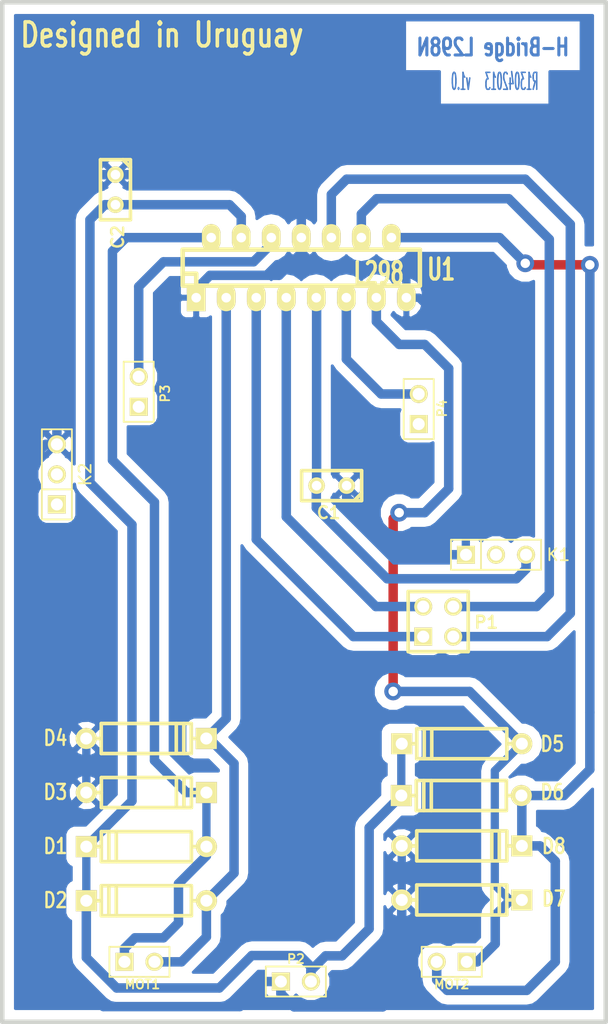
<source format=kicad_pcb>
(kicad_pcb (version 3) (host pcbnew "(2013-mar-13)-testing")

  (general
    (links 37)
    (no_connects 0)
    (area 117.233699 54.701499 168.668701 141.274801)
    (thickness 1.6002)
    (drawings 7)
    (tracks 168)
    (zones 0)
    (modules 19)
    (nets 14)
  )

  (page A4)
  (title_block 
    (title "H_Bridge L298")
    (rev 1.0)
    (company "Proyecto Butia")
  )

  (layers
    (15 Component signal)
    (0 Copper signal)
    (16 B.Adhes user)
    (17 F.Adhes user)
    (18 B.Paste user)
    (19 F.Paste user)
    (20 B.SilkS user)
    (21 F.SilkS user)
    (22 B.Mask user)
    (23 F.Mask user)
    (24 Dwgs.User user)
    (25 Cmts.User user)
    (26 Eco1.User user)
    (27 Eco2.User user)
    (28 Edge.Cuts user)
  )

  (setup
    (last_trace_width 0.2032)
    (user_trace_width 0.24892)
    (user_trace_width 0.50038)
    (user_trace_width 0.62992)
    (user_trace_width 0.8001)
    (user_trace_width 1.00076)
    (user_trace_width 1.27)
    (user_trace_width 2.54)
    (trace_clearance 0.254)
    (zone_clearance 0.8)
    (zone_45_only no)
    (trace_min 0.20066)
    (segment_width 0.381)
    (edge_width 0.381)
    (via_size 0.889)
    (via_drill 0.635)
    (via_min_size 0.70104)
    (via_min_drill 0.39878)
    (user_via 0.70104 0.39878)
    (user_via 0.8001 0.39878)
    (user_via 1.00076 0.50038)
    (user_via 1.27 0.70104)
    (user_via 1.50114 0.8001)
    (user_via 2.54 1.00076)
    (user_via 4.0005 1.99898)
    (uvia_size 0.508)
    (uvia_drill 0.127)
    (uvias_allowed no)
    (uvia_min_size 0.508)
    (uvia_min_drill 0.127)
    (pcb_text_width 0.3048)
    (pcb_text_size 1.524 2.032)
    (mod_edge_width 0.381)
    (mod_text_size 1.524 1.524)
    (mod_text_width 0.3048)
    (pad_size 5.08 5.08)
    (pad_drill 4.064)
    (pad_to_mask_clearance 0.254)
    (aux_axis_origin 159.39008 79.54264)
    (visible_elements 7FFFFFFF)
    (pcbplotparams
      (layerselection 284196865)
      (usegerberextensions false)
      (excludeedgelayer false)
      (linewidth 60)
      (plotframeref false)
      (viasonmask false)
      (mode 1)
      (useauxorigin false)
      (hpglpennumber 1)
      (hpglpenspeed 20)
      (hpglpendiameter 15)
      (hpglpenoverlay 0)
      (psnegative false)
      (psa4output false)
      (plotreference true)
      (plotvalue true)
      (plotothertext true)
      (plotinvisibletext false)
      (padsonsilk false)
      (subtractmaskfromsilk false)
      (outputformat 1)
      (mirror false)
      (drillshape 0)
      (scaleselection 1)
      (outputdirectory ""))
  )

  (net 0 "")
  (net 1 EnA)
  (net 2 EnB)
  (net 3 GND)
  (net 4 IN1)
  (net 5 IN2)
  (net 6 IN3)
  (net 7 IN4)
  (net 8 OUT1)
  (net 9 OUT2)
  (net 10 OUT3)
  (net 11 OUT4)
  (net 12 Vcc)
  (net 13 Vcc_12)

  (net_class Default "This is the default net class."
    (clearance 0.254)
    (trace_width 0.2032)
    (via_dia 0.889)
    (via_drill 0.635)
    (uvia_dia 0.508)
    (uvia_drill 0.127)
    (add_net "")
    (add_net EnA)
    (add_net EnB)
    (add_net GND)
    (add_net IN1)
    (add_net IN2)
    (add_net IN3)
    (add_net IN4)
    (add_net OUT1)
    (add_net OUT2)
    (add_net OUT3)
    (add_net OUT4)
    (add_net Vcc)
    (add_net Vcc_12)
  )

  (module PIN_ARRAY_3X1 (layer Component) (tedit 5169B43A) (tstamp 514387BC)
    (at 159.1945 101.6)
    (descr "Connecteur 3 pins")
    (tags "CONN DEV")
    (path /5141B794)
    (fp_text reference K1 (at 5.2705 0) (layer F.SilkS)
      (effects (font (size 1.016 1.016) (thickness 0.1524)))
    )
    (fp_text value CONN_3 (at 0 -2.159) (layer F.SilkS) hide
      (effects (font (size 1.016 1.016) (thickness 0.1524)))
    )
    (fp_line (start -3.81 1.27) (end -3.81 -1.27) (layer F.SilkS) (width 0.1524))
    (fp_line (start -3.81 -1.27) (end 3.81 -1.27) (layer F.SilkS) (width 0.1524))
    (fp_line (start 3.81 -1.27) (end 3.81 1.27) (layer F.SilkS) (width 0.1524))
    (fp_line (start 3.81 1.27) (end -3.81 1.27) (layer F.SilkS) (width 0.1524))
    (fp_line (start -1.27 -1.27) (end -1.27 1.27) (layer F.SilkS) (width 0.1524))
    (pad 1 thru_hole rect (at -2.54 0) (size 1.524 1.524) (drill 1.016)
      (layers *.Cu *.Mask F.SilkS)
      (net 3 GND)
    )
    (pad 2 thru_hole circle (at 0 0) (size 1.524 1.524) (drill 1.016)
      (layers *.Cu *.Mask F.SilkS)
    )
    (pad 3 thru_hole circle (at 2.54 0) (size 1.524 1.524) (drill 1.016)
      (layers *.Cu *.Mask F.SilkS)
      (net 12 Vcc)
    )
    (model pin_array/pins_array_3x1.wrl
      (at (xyz 0 0 0))
      (scale (xyz 1 1 1))
      (rotate (xyz 0 0 0))
    )
  )

  (module PIN_ARRAY_2X2 (layer Component) (tedit 5169B42C) (tstamp 5141E4D4)
    (at 154.305 107.2515)
    (descr "Double rangee de contacts 2 x 2 pins")
    (tags CONN)
    (path /5141B785)
    (fp_text reference P1 (at 4.064 0.0635) (layer F.SilkS)
      (effects (font (size 1.016 1.016) (thickness 0.2032)))
    )
    (fp_text value CONN_2X2 (at 0 3.048) (layer F.SilkS) hide
      (effects (font (size 1.016 1.016) (thickness 0.2032)))
    )
    (fp_line (start -2.54 -2.54) (end 2.54 -2.54) (layer F.SilkS) (width 0.3048))
    (fp_line (start 2.54 -2.54) (end 2.54 2.54) (layer F.SilkS) (width 0.3048))
    (fp_line (start 2.54 2.54) (end -2.54 2.54) (layer F.SilkS) (width 0.3048))
    (fp_line (start -2.54 2.54) (end -2.54 -2.54) (layer F.SilkS) (width 0.3048))
    (pad 1 thru_hole rect (at -1.27 1.27) (size 1.524 1.524) (drill 1.016)
      (layers *.Cu *.Mask F.SilkS)
      (net 4 IN1)
    )
    (pad 2 thru_hole circle (at -1.27 -1.27) (size 1.524 1.524) (drill 1.016)
      (layers *.Cu *.Mask F.SilkS)
      (net 5 IN2)
    )
    (pad 3 thru_hole circle (at 1.27 1.27) (size 1.524 1.524) (drill 1.016)
      (layers *.Cu *.Mask F.SilkS)
      (net 6 IN3)
    )
    (pad 4 thru_hole circle (at 1.27 -1.27) (size 1.524 1.524) (drill 1.016)
      (layers *.Cu *.Mask F.SilkS)
      (net 7 IN4)
    )
    (model pin_array/pins_array_2x2.wrl
      (at (xyz 0 0 0))
      (scale (xyz 1 1 1))
      (rotate (xyz 0 0 0))
    )
  )

  (module PIN_ARRAY_2X1 (layer Component) (tedit 515E1BC9) (tstamp 5141E4DE)
    (at 142.2654 137.6807)
    (descr "Connecteurs 2 pins")
    (tags "CONN DEV")
    (path /51395CA9)
    (fp_text reference P2 (at 0 -1.905) (layer F.SilkS)
      (effects (font (size 0.762 0.762) (thickness 0.1524)))
    )
    (fp_text value PWR (at 0 2.032) (layer F.SilkS) hide
      (effects (font (size 0.762 0.762) (thickness 0.1524)))
    )
    (fp_line (start -2.54 1.27) (end -2.54 -1.27) (layer F.SilkS) (width 0.1524))
    (fp_line (start -2.54 -1.27) (end 2.54 -1.27) (layer F.SilkS) (width 0.1524))
    (fp_line (start 2.54 -1.27) (end 2.54 1.27) (layer F.SilkS) (width 0.1524))
    (fp_line (start 2.54 1.27) (end -2.54 1.27) (layer F.SilkS) (width 0.1524))
    (pad 1 thru_hole rect (at -1.27 0) (size 1.524 1.524) (drill 1.016)
      (layers *.Cu *.Mask F.SilkS)
      (net 3 GND)
    )
    (pad 2 thru_hole circle (at 1.27 0) (size 1.524 1.524) (drill 1.016)
      (layers *.Cu *.Mask F.SilkS)
      (net 13 Vcc_12)
    )
    (model pin_array/pins_array_2x1.wrl
      (at (xyz 0 0 0))
      (scale (xyz 1 1 1))
      (rotate (xyz 0 0 0))
    )
  )

  (module PIN_ARRAY_2X1 (layer Component) (tedit 514BA4CA) (tstamp 5141E5BA)
    (at 155.448 136.017 180)
    (descr "Connecteurs 2 pins")
    (tags "CONN DEV")
    (path /51395CA6)
    (fp_text reference MOT2 (at 0 -1.905 180) (layer F.SilkS)
      (effects (font (size 0.762 0.762) (thickness 0.1524)))
    )
    (fp_text value CONN_2 (at 0.254 2.032 180) (layer F.SilkS) hide
      (effects (font (size 0.762 0.762) (thickness 0.1524)))
    )
    (fp_line (start -2.54 1.27) (end -2.54 -1.27) (layer F.SilkS) (width 0.1524))
    (fp_line (start -2.54 -1.27) (end 2.54 -1.27) (layer F.SilkS) (width 0.1524))
    (fp_line (start 2.54 -1.27) (end 2.54 1.27) (layer F.SilkS) (width 0.1524))
    (fp_line (start 2.54 1.27) (end -2.54 1.27) (layer F.SilkS) (width 0.1524))
    (pad 1 thru_hole rect (at -1.27 0 180) (size 1.524 1.524) (drill 1.016)
      (layers *.Cu *.Mask F.SilkS)
      (net 10 OUT3)
    )
    (pad 2 thru_hole circle (at 1.27 0 180) (size 1.524 1.524) (drill 1.016)
      (layers *.Cu *.Mask F.SilkS)
      (net 11 OUT4)
    )
    (model pin_array/pins_array_2x1.wrl
      (at (xyz 0 0 0))
      (scale (xyz 1 1 1))
      (rotate (xyz 0 0 0))
    )
  )

  (module PIN_ARRAY_2X1 (layer Component) (tedit 5169AB83) (tstamp 5141E5C4)
    (at 129.032 136.017)
    (descr "Connecteurs 2 pins")
    (tags "CONN DEV")
    (path /51395C9B)
    (fp_text reference MOT1 (at 0.254 1.905) (layer F.SilkS)
      (effects (font (size 0.762 0.762) (thickness 0.1524)))
    )
    (fp_text value CONN_2 (at 0 -2.032) (layer F.SilkS) hide
      (effects (font (size 0.762 0.762) (thickness 0.1524)))
    )
    (fp_line (start -2.54 1.27) (end -2.54 -1.27) (layer F.SilkS) (width 0.1524))
    (fp_line (start -2.54 -1.27) (end 2.54 -1.27) (layer F.SilkS) (width 0.1524))
    (fp_line (start 2.54 -1.27) (end 2.54 1.27) (layer F.SilkS) (width 0.1524))
    (fp_line (start 2.54 1.27) (end -2.54 1.27) (layer F.SilkS) (width 0.1524))
    (pad 1 thru_hole rect (at -1.27 0) (size 1.524 1.524) (drill 1.016)
      (layers *.Cu *.Mask F.SilkS)
      (net 8 OUT1)
    )
    (pad 2 thru_hole circle (at 1.27 0) (size 1.524 1.524) (drill 1.016)
      (layers *.Cu *.Mask F.SilkS)
      (net 9 OUT2)
    )
    (model pin_array/pins_array_2x1.wrl
      (at (xyz 0 0 0))
      (scale (xyz 1 1 1))
      (rotate (xyz 0 0 0))
    )
  )

  (module D4 (layer Component) (tedit 5169B412) (tstamp 5141E5D2)
    (at 156.2989 126.2126)
    (descr "Diode 4 pas")
    (tags "DIODE DEV")
    (path /513961AA)
    (fp_text reference D8 (at 7.7851 0.0254) (layer F.SilkS)
      (effects (font (size 1.27 1.016) (thickness 0.2032)))
    )
    (fp_text value DIODE (at 0 0) (layer F.SilkS) hide
      (effects (font (size 1.27 1.016) (thickness 0.2032)))
    )
    (fp_line (start -3.81 -1.27) (end 3.81 -1.27) (layer F.SilkS) (width 0.3048))
    (fp_line (start 3.81 -1.27) (end 3.81 1.27) (layer F.SilkS) (width 0.3048))
    (fp_line (start 3.81 1.27) (end -3.81 1.27) (layer F.SilkS) (width 0.3048))
    (fp_line (start -3.81 1.27) (end -3.81 -1.27) (layer F.SilkS) (width 0.3048))
    (fp_line (start 3.175 -1.27) (end 3.175 1.27) (layer F.SilkS) (width 0.3048))
    (fp_line (start 2.54 1.27) (end 2.54 -1.27) (layer F.SilkS) (width 0.3048))
    (fp_line (start -3.81 0) (end -5.08 0) (layer F.SilkS) (width 0.3048))
    (fp_line (start 3.81 0) (end 5.08 0) (layer F.SilkS) (width 0.3048))
    (pad 1 thru_hole circle (at -5.08 0) (size 1.778 1.778) (drill 1.016)
      (layers *.Cu *.Mask F.SilkS)
      (net 3 GND)
    )
    (pad 2 thru_hole rect (at 5.08 0) (size 1.778 1.778) (drill 1.016)
      (layers *.Cu *.Mask F.SilkS)
      (net 11 OUT4)
    )
    (model discret/diode.wrl
      (at (xyz 0 0 0))
      (scale (xyz 0.4 0.4 0.4))
      (rotate (xyz 0 0 0))
    )
  )

  (module D4 (layer Component) (tedit 5169B41B) (tstamp 5141EFA7)
    (at 156.2989 130.7846)
    (descr "Diode 4 pas")
    (tags "DIODE DEV")
    (path /513961A8)
    (fp_text reference D7 (at 7.7851 -0.1016) (layer F.SilkS)
      (effects (font (size 1.27 1.016) (thickness 0.2032)))
    )
    (fp_text value DIODE (at 0 0) (layer F.SilkS) hide
      (effects (font (size 1.27 1.016) (thickness 0.2032)))
    )
    (fp_line (start -3.81 -1.27) (end 3.81 -1.27) (layer F.SilkS) (width 0.3048))
    (fp_line (start 3.81 -1.27) (end 3.81 1.27) (layer F.SilkS) (width 0.3048))
    (fp_line (start 3.81 1.27) (end -3.81 1.27) (layer F.SilkS) (width 0.3048))
    (fp_line (start -3.81 1.27) (end -3.81 -1.27) (layer F.SilkS) (width 0.3048))
    (fp_line (start 3.175 -1.27) (end 3.175 1.27) (layer F.SilkS) (width 0.3048))
    (fp_line (start 2.54 1.27) (end 2.54 -1.27) (layer F.SilkS) (width 0.3048))
    (fp_line (start -3.81 0) (end -5.08 0) (layer F.SilkS) (width 0.3048))
    (fp_line (start 3.81 0) (end 5.08 0) (layer F.SilkS) (width 0.3048))
    (pad 1 thru_hole circle (at -5.08 0) (size 1.778 1.778) (drill 1.016)
      (layers *.Cu *.Mask F.SilkS)
      (net 3 GND)
    )
    (pad 2 thru_hole rect (at 5.08 0) (size 1.778 1.778) (drill 1.016)
      (layers *.Cu *.Mask F.SilkS)
      (net 10 OUT3)
    )
    (model discret/diode.wrl
      (at (xyz 0 0 0))
      (scale (xyz 0.4 0.4 0.4))
      (rotate (xyz 0 0 0))
    )
  )

  (module D4 (layer Component) (tedit 5169B401) (tstamp 5141E5EE)
    (at 156.2989 117.5766 180)
    (descr "Diode 4 pas")
    (tags "DIODE DEV")
    (path /513961A6)
    (fp_text reference D5 (at -7.6581 -0.0254 180) (layer F.SilkS)
      (effects (font (size 1.27 1.016) (thickness 0.2032)))
    )
    (fp_text value DIODE (at 0 0 180) (layer F.SilkS) hide
      (effects (font (size 1.27 1.016) (thickness 0.2032)))
    )
    (fp_line (start -3.81 -1.27) (end 3.81 -1.27) (layer F.SilkS) (width 0.3048))
    (fp_line (start 3.81 -1.27) (end 3.81 1.27) (layer F.SilkS) (width 0.3048))
    (fp_line (start 3.81 1.27) (end -3.81 1.27) (layer F.SilkS) (width 0.3048))
    (fp_line (start -3.81 1.27) (end -3.81 -1.27) (layer F.SilkS) (width 0.3048))
    (fp_line (start 3.175 -1.27) (end 3.175 1.27) (layer F.SilkS) (width 0.3048))
    (fp_line (start 2.54 1.27) (end 2.54 -1.27) (layer F.SilkS) (width 0.3048))
    (fp_line (start -3.81 0) (end -5.08 0) (layer F.SilkS) (width 0.3048))
    (fp_line (start 3.81 0) (end 5.08 0) (layer F.SilkS) (width 0.3048))
    (pad 1 thru_hole circle (at -5.08 0 180) (size 1.778 1.778) (drill 1.016)
      (layers *.Cu *.Mask F.SilkS)
      (net 10 OUT3)
    )
    (pad 2 thru_hole rect (at 5.08 0 180) (size 1.778 1.778) (drill 1.016)
      (layers *.Cu *.Mask F.SilkS)
      (net 13 Vcc_12)
    )
    (model discret/diode.wrl
      (at (xyz 0 0 0))
      (scale (xyz 0.4 0.4 0.4))
      (rotate (xyz 0 0 0))
    )
  )

  (module D4 (layer Component) (tedit 5169B409) (tstamp 5141E5FC)
    (at 156.2609 121.9586 180)
    (descr "Diode 4 pas")
    (tags "DIODE DEV")
    (path /513961A3)
    (fp_text reference D6 (at -7.6961 0.2926 180) (layer F.SilkS)
      (effects (font (size 1.27 1.016) (thickness 0.2032)))
    )
    (fp_text value DIODE (at 0 0 180) (layer F.SilkS) hide
      (effects (font (size 1.27 1.016) (thickness 0.2032)))
    )
    (fp_line (start -3.81 -1.27) (end 3.81 -1.27) (layer F.SilkS) (width 0.3048))
    (fp_line (start 3.81 -1.27) (end 3.81 1.27) (layer F.SilkS) (width 0.3048))
    (fp_line (start 3.81 1.27) (end -3.81 1.27) (layer F.SilkS) (width 0.3048))
    (fp_line (start -3.81 1.27) (end -3.81 -1.27) (layer F.SilkS) (width 0.3048))
    (fp_line (start 3.175 -1.27) (end 3.175 1.27) (layer F.SilkS) (width 0.3048))
    (fp_line (start 2.54 1.27) (end 2.54 -1.27) (layer F.SilkS) (width 0.3048))
    (fp_line (start -3.81 0) (end -5.08 0) (layer F.SilkS) (width 0.3048))
    (fp_line (start 3.81 0) (end 5.08 0) (layer F.SilkS) (width 0.3048))
    (pad 1 thru_hole circle (at -5.08 0 180) (size 1.778 1.778) (drill 1.016)
      (layers *.Cu *.Mask F.SilkS)
      (net 11 OUT4)
    )
    (pad 2 thru_hole rect (at 5.08 0 180) (size 1.778 1.778) (drill 1.016)
      (layers *.Cu *.Mask F.SilkS)
      (net 13 Vcc_12)
    )
    (model discret/diode.wrl
      (at (xyz 0 0 0))
      (scale (xyz 0.4 0.4 0.4))
      (rotate (xyz 0 0 0))
    )
  )

  (module D4 (layer Component) (tedit 5169B3F5) (tstamp 5141E60A)
    (at 129.6062 117.1361)
    (descr "Diode 4 pas")
    (tags "DIODE DEV")
    (path /5139617E)
    (fp_text reference D4 (at -7.6862 -0.0421) (layer F.SilkS)
      (effects (font (size 1.27 1.016) (thickness 0.2032)))
    )
    (fp_text value DIODE (at 0 0) (layer F.SilkS) hide
      (effects (font (size 1.27 1.016) (thickness 0.2032)))
    )
    (fp_line (start -3.81 -1.27) (end 3.81 -1.27) (layer F.SilkS) (width 0.3048))
    (fp_line (start 3.81 -1.27) (end 3.81 1.27) (layer F.SilkS) (width 0.3048))
    (fp_line (start 3.81 1.27) (end -3.81 1.27) (layer F.SilkS) (width 0.3048))
    (fp_line (start -3.81 1.27) (end -3.81 -1.27) (layer F.SilkS) (width 0.3048))
    (fp_line (start 3.175 -1.27) (end 3.175 1.27) (layer F.SilkS) (width 0.3048))
    (fp_line (start 2.54 1.27) (end 2.54 -1.27) (layer F.SilkS) (width 0.3048))
    (fp_line (start -3.81 0) (end -5.08 0) (layer F.SilkS) (width 0.3048))
    (fp_line (start 3.81 0) (end 5.08 0) (layer F.SilkS) (width 0.3048))
    (pad 1 thru_hole circle (at -5.08 0) (size 1.778 1.778) (drill 1.016)
      (layers *.Cu *.Mask F.SilkS)
      (net 3 GND)
    )
    (pad 2 thru_hole rect (at 5.08 0) (size 1.778 1.778) (drill 1.016)
      (layers *.Cu *.Mask F.SilkS)
      (net 9 OUT2)
    )
    (model discret/diode.wrl
      (at (xyz 0 0 0))
      (scale (xyz 0.4 0.4 0.4))
      (rotate (xyz 0 0 0))
    )
  )

  (module D4 (layer Component) (tedit 5169B3EB) (tstamp 5141E618)
    (at 129.6162 121.7041)
    (descr "Diode 4 pas")
    (tags "DIODE DEV")
    (path /5139617B)
    (fp_text reference D3 (at -7.6962 -0.0381) (layer F.SilkS)
      (effects (font (size 1.27 1.016) (thickness 0.2032)))
    )
    (fp_text value DIODE (at 0 0) (layer F.SilkS) hide
      (effects (font (size 1.27 1.016) (thickness 0.2032)))
    )
    (fp_line (start -3.81 -1.27) (end 3.81 -1.27) (layer F.SilkS) (width 0.3048))
    (fp_line (start 3.81 -1.27) (end 3.81 1.27) (layer F.SilkS) (width 0.3048))
    (fp_line (start 3.81 1.27) (end -3.81 1.27) (layer F.SilkS) (width 0.3048))
    (fp_line (start -3.81 1.27) (end -3.81 -1.27) (layer F.SilkS) (width 0.3048))
    (fp_line (start 3.175 -1.27) (end 3.175 1.27) (layer F.SilkS) (width 0.3048))
    (fp_line (start 2.54 1.27) (end 2.54 -1.27) (layer F.SilkS) (width 0.3048))
    (fp_line (start -3.81 0) (end -5.08 0) (layer F.SilkS) (width 0.3048))
    (fp_line (start 3.81 0) (end 5.08 0) (layer F.SilkS) (width 0.3048))
    (pad 1 thru_hole circle (at -5.08 0) (size 1.778 1.778) (drill 1.016)
      (layers *.Cu *.Mask F.SilkS)
      (net 3 GND)
    )
    (pad 2 thru_hole rect (at 5.08 0) (size 1.778 1.778) (drill 1.016)
      (layers *.Cu *.Mask F.SilkS)
      (net 8 OUT1)
    )
    (model discret/diode.wrl
      (at (xyz 0 0 0))
      (scale (xyz 0.4 0.4 0.4))
      (rotate (xyz 0 0 0))
    )
  )

  (module D4 (layer Component) (tedit 5169B3DA) (tstamp 5141E626)
    (at 129.6162 126.2761 180)
    (descr "Diode 4 pas")
    (tags "DIODE DEV")
    (path /51396178)
    (fp_text reference D1 (at 7.6962 0.0381 180) (layer F.SilkS)
      (effects (font (size 1.27 1.016) (thickness 0.2032)))
    )
    (fp_text value DIODE (at 0 0 180) (layer F.SilkS) hide
      (effects (font (size 1.27 1.016) (thickness 0.2032)))
    )
    (fp_line (start -3.81 -1.27) (end 3.81 -1.27) (layer F.SilkS) (width 0.3048))
    (fp_line (start 3.81 -1.27) (end 3.81 1.27) (layer F.SilkS) (width 0.3048))
    (fp_line (start 3.81 1.27) (end -3.81 1.27) (layer F.SilkS) (width 0.3048))
    (fp_line (start -3.81 1.27) (end -3.81 -1.27) (layer F.SilkS) (width 0.3048))
    (fp_line (start 3.175 -1.27) (end 3.175 1.27) (layer F.SilkS) (width 0.3048))
    (fp_line (start 2.54 1.27) (end 2.54 -1.27) (layer F.SilkS) (width 0.3048))
    (fp_line (start -3.81 0) (end -5.08 0) (layer F.SilkS) (width 0.3048))
    (fp_line (start 3.81 0) (end 5.08 0) (layer F.SilkS) (width 0.3048))
    (pad 1 thru_hole circle (at -5.08 0 180) (size 1.778 1.778) (drill 1.016)
      (layers *.Cu *.Mask F.SilkS)
      (net 8 OUT1)
    )
    (pad 2 thru_hole rect (at 5.08 0 180) (size 1.778 1.778) (drill 1.016)
      (layers *.Cu *.Mask F.SilkS)
      (net 13 Vcc_12)
    )
    (model discret/diode.wrl
      (at (xyz 0 0 0))
      (scale (xyz 0.4 0.4 0.4))
      (rotate (xyz 0 0 0))
    )
  )

  (module D4 (layer Component) (tedit 5169B3D0) (tstamp 5141E634)
    (at 129.6162 130.8481 180)
    (descr "Diode 4 pas")
    (tags "DIODE DEV")
    (path /51396175)
    (fp_text reference D2 (at 7.6962 0.0381 180) (layer F.SilkS)
      (effects (font (size 1.27 1.016) (thickness 0.2032)))
    )
    (fp_text value DIODE (at 0 0 180) (layer F.SilkS) hide
      (effects (font (size 1.27 1.016) (thickness 0.2032)))
    )
    (fp_line (start -3.81 -1.27) (end 3.81 -1.27) (layer F.SilkS) (width 0.3048))
    (fp_line (start 3.81 -1.27) (end 3.81 1.27) (layer F.SilkS) (width 0.3048))
    (fp_line (start 3.81 1.27) (end -3.81 1.27) (layer F.SilkS) (width 0.3048))
    (fp_line (start -3.81 1.27) (end -3.81 -1.27) (layer F.SilkS) (width 0.3048))
    (fp_line (start 3.175 -1.27) (end 3.175 1.27) (layer F.SilkS) (width 0.3048))
    (fp_line (start 2.54 1.27) (end 2.54 -1.27) (layer F.SilkS) (width 0.3048))
    (fp_line (start -3.81 0) (end -5.08 0) (layer F.SilkS) (width 0.3048))
    (fp_line (start 3.81 0) (end 5.08 0) (layer F.SilkS) (width 0.3048))
    (pad 1 thru_hole circle (at -5.08 0 180) (size 1.778 1.778) (drill 1.016)
      (layers *.Cu *.Mask F.SilkS)
      (net 9 OUT2)
    )
    (pad 2 thru_hole rect (at 5.08 0 180) (size 1.778 1.778) (drill 1.016)
      (layers *.Cu *.Mask F.SilkS)
      (net 13 Vcc_12)
    )
    (model discret/diode.wrl
      (at (xyz 0 0 0))
      (scale (xyz 0.4 0.4 0.4))
      (rotate (xyz 0 0 0))
    )
  )

  (module L298 (layer Component) (tedit 514B926A) (tstamp 514BF5E7)
    (at 142.7226 77.3303)
    (descr L298)
    (tags H_bridge)
    (path /515DD8EC)
    (fp_text reference U1 (at 11.8364 0.1524) (layer F.SilkS)
      (effects (font (size 1.778 1.143) (thickness 0.28575)))
    )
    (fp_text value L298 (at 6.5532 0.4572) (layer F.SilkS)
      (effects (font (size 1.778 1.143) (thickness 0.28448)))
    )
    (fp_line (start -9.906 0.508) (end -8.89 0.508) (layer F.SilkS) (width 0.381))
    (fp_line (start -8.89 0.508) (end -8.89 1.397) (layer F.SilkS) (width 0.381))
    (fp_line (start 10.033 -1.524) (end -10.033 -1.524) (layer F.SilkS) (width 0.381))
    (fp_line (start -10.033 -1.524) (end -10.033 1.524) (layer F.SilkS) (width 0.381))
    (fp_line (start -10.033 1.524) (end 10.033 1.524) (layer F.SilkS) (width 0.381))
    (fp_line (start 10.033 1.524) (end 10.033 -1.524) (layer F.SilkS) (width 0.381))
    (pad 15 thru_hole oval (at 8.89 2.54) (size 1.5748 2.286) (drill 0.812799)
      (layers *.Cu *.Mask F.SilkS)
      (net 3 GND)
    )
    (pad 14 thru_hole oval (at 7.62 -2.54) (size 1.5748 2.286) (drill 0.812799)
      (layers *.Cu *.Mask F.SilkS)
      (net 11 OUT4)
    )
    (pad 13 thru_hole oval (at 6.35 2.54) (size 1.5748 2.286) (drill 0.812799)
      (layers *.Cu *.Mask F.SilkS)
      (net 10 OUT3)
    )
    (pad 12 thru_hole oval (at 5.08 -2.54) (size 1.5748 2.286) (drill 0.812799)
      (layers *.Cu *.Mask F.SilkS)
      (net 7 IN4)
    )
    (pad 11 thru_hole oval (at 3.81 2.54) (size 1.5748 2.286) (drill 0.812799)
      (layers *.Cu *.Mask F.SilkS)
      (net 2 EnB)
    )
    (pad 10 thru_hole oval (at 2.54 -2.54) (size 1.5748 2.286) (drill 0.812799)
      (layers *.Cu *.Mask F.SilkS)
      (net 6 IN3)
    )
    (pad 9 thru_hole oval (at 1.27 2.54) (size 1.5748 2.286) (drill 0.812799)
      (layers *.Cu *.Mask F.SilkS)
      (net 12 Vcc)
    )
    (pad 8 thru_hole oval (at 0 -2.54) (size 1.5748 2.286) (drill 0.812799)
      (layers *.Cu *.Mask F.SilkS)
      (net 3 GND)
    )
    (pad 7 thru_hole oval (at -1.27 2.54) (size 1.5748 2.286) (drill 0.812799)
      (layers *.Cu *.Mask F.SilkS)
      (net 5 IN2)
    )
    (pad 6 thru_hole oval (at -2.54 -2.54) (size 1.5748 2.286) (drill 0.812799)
      (layers *.Cu *.Mask F.SilkS)
      (net 1 EnA)
    )
    (pad 5 thru_hole oval (at -3.81 2.54) (size 1.5748 2.286) (drill 0.812799)
      (layers *.Cu *.Mask F.SilkS)
      (net 4 IN1)
    )
    (pad 4 thru_hole oval (at -5.08 -2.54) (size 1.5748 2.286) (drill 0.812799)
      (layers *.Cu *.Mask F.SilkS)
      (net 13 Vcc_12)
    )
    (pad 3 thru_hole oval (at -6.35 2.54) (size 1.5748 2.286) (drill 0.812799)
      (layers *.Cu *.Mask F.SilkS)
      (net 9 OUT2)
    )
    (pad 2 thru_hole oval (at -7.62 -2.54) (size 1.5748 2.286) (drill 0.812799)
      (layers *.Cu *.Mask F.SilkS)
      (net 8 OUT1)
    )
    (pad 1 thru_hole rect (at -8.89 2.54) (size 1.5748 2.286) (drill 0.812799)
      (layers *.Cu *.Mask F.SilkS)
      (net 3 GND)
    )
    (model dil/dil_18.wrl
      (at (xyz 0 0 0))
      (scale (xyz 1 1 1))
      (rotate (xyz 0 0 0))
    )
  )

  (module PIN_ARRAY_3X1 (layer Component) (tedit 515E1BA9) (tstamp 515E0EC1)
    (at 122.047 94.8055 90)
    (descr "Connecteur 3 pins")
    (tags "CONN DEV")
    (path /515DD4E0)
    (fp_text reference K2 (at 0 2.3876 90) (layer F.SilkS)
      (effects (font (size 1.016 1.016) (thickness 0.1524)))
    )
    (fp_text value CONN_3 (at 0 -2.159 90) (layer F.SilkS) hide
      (effects (font (size 1.016 1.016) (thickness 0.1524)))
    )
    (fp_line (start -3.81 1.27) (end -3.81 -1.27) (layer F.SilkS) (width 0.1524))
    (fp_line (start -3.81 -1.27) (end 3.81 -1.27) (layer F.SilkS) (width 0.1524))
    (fp_line (start 3.81 -1.27) (end 3.81 1.27) (layer F.SilkS) (width 0.1524))
    (fp_line (start 3.81 1.27) (end -3.81 1.27) (layer F.SilkS) (width 0.1524))
    (fp_line (start -1.27 -1.27) (end -1.27 1.27) (layer F.SilkS) (width 0.1524))
    (pad 1 thru_hole rect (at -2.54 0 90) (size 1.524 1.524) (drill 1.016)
      (layers *.Cu *.Mask F.SilkS)
    )
    (pad 2 thru_hole circle (at 0 0 90) (size 1.524 1.524) (drill 1.016)
      (layers *.Cu *.Mask F.SilkS)
    )
    (pad 3 thru_hole circle (at 2.54 0 90) (size 1.524 1.524) (drill 1.016)
      (layers *.Cu *.Mask F.SilkS)
      (net 3 GND)
    )
    (model pin_array/pins_array_3x1.wrl
      (at (xyz 0 0 0))
      (scale (xyz 1 1 1))
      (rotate (xyz 0 0 0))
    )
  )

  (module PIN_ARRAY_2X1 (layer Component) (tedit 515E1BB1) (tstamp 515E0ECB)
    (at 128.9685 87.8205 90)
    (descr "Connecteurs 2 pins")
    (tags "CONN DEV")
    (path /515DD4A6)
    (fp_text reference P3 (at -0.1524 2.2352 90) (layer F.SilkS)
      (effects (font (size 0.762 0.762) (thickness 0.1524)))
    )
    (fp_text value CONN_2 (at 0 -1.905 90) (layer F.SilkS) hide
      (effects (font (size 0.762 0.762) (thickness 0.1524)))
    )
    (fp_line (start -2.54 1.27) (end -2.54 -1.27) (layer F.SilkS) (width 0.1524))
    (fp_line (start -2.54 -1.27) (end 2.54 -1.27) (layer F.SilkS) (width 0.1524))
    (fp_line (start 2.54 -1.27) (end 2.54 1.27) (layer F.SilkS) (width 0.1524))
    (fp_line (start 2.54 1.27) (end -2.54 1.27) (layer F.SilkS) (width 0.1524))
    (pad 1 thru_hole rect (at -1.27 0 90) (size 1.524 1.524) (drill 1.016)
      (layers *.Cu *.Mask F.SilkS)
    )
    (pad 2 thru_hole circle (at 1.27 0 90) (size 1.524 1.524) (drill 1.016)
      (layers *.Cu *.Mask F.SilkS)
      (net 1 EnA)
    )
    (model pin_array/pins_array_2x1.wrl
      (at (xyz 0 0 0))
      (scale (xyz 1 1 1))
      (rotate (xyz 0 0 0))
    )
  )

  (module PIN_ARRAY_2X1 (layer Component) (tedit 515E1710) (tstamp 515E0ED5)
    (at 152.654 89.281 90)
    (descr "Connecteurs 2 pins")
    (tags "CONN DEV")
    (path /515DD4BA)
    (fp_text reference P4 (at 0.0508 1.9812 90) (layer F.SilkS)
      (effects (font (size 0.762 0.762) (thickness 0.1524)))
    )
    (fp_text value CONN_2 (at 0 -1.905 90) (layer F.SilkS) hide
      (effects (font (size 0.762 0.762) (thickness 0.1524)))
    )
    (fp_line (start -2.54 1.27) (end -2.54 -1.27) (layer F.SilkS) (width 0.1524))
    (fp_line (start -2.54 -1.27) (end 2.54 -1.27) (layer F.SilkS) (width 0.1524))
    (fp_line (start 2.54 -1.27) (end 2.54 1.27) (layer F.SilkS) (width 0.1524))
    (fp_line (start 2.54 1.27) (end -2.54 1.27) (layer F.SilkS) (width 0.1524))
    (pad 1 thru_hole rect (at -1.27 0 90) (size 1.524 1.524) (drill 1.016)
      (layers *.Cu *.Mask F.SilkS)
    )
    (pad 2 thru_hole circle (at 1.27 0 90) (size 1.524 1.524) (drill 1.016)
      (layers *.Cu *.Mask F.SilkS)
      (net 2 EnB)
    )
    (model pin_array/pins_array_2x1.wrl
      (at (xyz 0 0 0))
      (scale (xyz 1 1 1))
      (rotate (xyz 0 0 0))
    )
  )

  (module C1 (layer Component) (tedit 51697E56) (tstamp 51697DBA)
    (at 127 70.739 270)
    (descr "Condensateur e = 1 pas")
    (tags C)
    (path /516968B9)
    (fp_text reference C2 (at 4.0005 -0.1905 270) (layer F.SilkS)
      (effects (font (size 1.016 1.016) (thickness 0.2032)))
    )
    (fp_text value 100nF (at 0 -2.286 270) (layer F.SilkS) hide
      (effects (font (size 1.016 1.016) (thickness 0.2032)))
    )
    (fp_line (start -2.4892 -1.27) (end 2.54 -1.27) (layer F.SilkS) (width 0.3048))
    (fp_line (start 2.54 -1.27) (end 2.54 1.27) (layer F.SilkS) (width 0.3048))
    (fp_line (start 2.54 1.27) (end -2.54 1.27) (layer F.SilkS) (width 0.3048))
    (fp_line (start -2.54 1.27) (end -2.54 -1.27) (layer F.SilkS) (width 0.3048))
    (fp_line (start -2.54 -0.635) (end -1.905 -1.27) (layer F.SilkS) (width 0.3048))
    (pad 1 thru_hole circle (at -1.27 0 270) (size 1.397 1.397) (drill 0.8128)
      (layers *.Cu *.Mask F.SilkS)
      (net 3 GND)
    )
    (pad 2 thru_hole circle (at 1.27 0 270) (size 1.397 1.397) (drill 0.8128)
      (layers *.Cu *.Mask F.SilkS)
      (net 13 Vcc_12)
    )
    (model discret/capa_1_pas.wrl
      (at (xyz 0 0 0))
      (scale (xyz 1 1 1))
      (rotate (xyz 0 0 0))
    )
  )

  (module C1 (layer Component) (tedit 3F92C496) (tstamp 51697DC5)
    (at 145.288 95.758 180)
    (descr "Condensateur e = 1 pas")
    (tags C)
    (path /516968DD)
    (fp_text reference C1 (at 0.254 -2.286 180) (layer F.SilkS)
      (effects (font (size 1.016 1.016) (thickness 0.2032)))
    )
    (fp_text value 100nF (at 0 -2.286 180) (layer F.SilkS) hide
      (effects (font (size 1.016 1.016) (thickness 0.2032)))
    )
    (fp_line (start -2.4892 -1.27) (end 2.54 -1.27) (layer F.SilkS) (width 0.3048))
    (fp_line (start 2.54 -1.27) (end 2.54 1.27) (layer F.SilkS) (width 0.3048))
    (fp_line (start 2.54 1.27) (end -2.54 1.27) (layer F.SilkS) (width 0.3048))
    (fp_line (start -2.54 1.27) (end -2.54 -1.27) (layer F.SilkS) (width 0.3048))
    (fp_line (start -2.54 -0.635) (end -1.905 -1.27) (layer F.SilkS) (width 0.3048))
    (pad 1 thru_hole circle (at -1.27 0 180) (size 1.397 1.397) (drill 0.8128)
      (layers *.Cu *.Mask F.SilkS)
      (net 3 GND)
    )
    (pad 2 thru_hole circle (at 1.27 0 180) (size 1.397 1.397) (drill 0.8128)
      (layers *.Cu *.Mask F.SilkS)
      (net 12 Vcc)
    )
    (model discret/capa_1_pas.wrl
      (at (xyz 0 0 0))
      (scale (xyz 1 1 1))
      (rotate (xyz 0 0 0))
    )
  )

  (gr_line (start 117.4242 141.0843) (end 117.4242 54.892) (angle 90) (layer Edge.Cuts) (width 0.381))
  (gr_line (start 168.4782 141.0843) (end 117.4242 141.0843) (angle 90) (layer Edge.Cuts) (width 0.381))
  (gr_line (start 168.4782 54.892) (end 168.4782 141.0843) (angle 90) (layer Edge.Cuts) (width 0.381))
  (gr_line (start 117.4242 54.892) (end 168.4782 54.892) (angle 90) (layer Edge.Cuts) (width 0.381))
  (gr_text "R13042013   v1.0" (at 159.0818 61.5934) (layer Copper)
    (effects (font (size 1.432 0.524) (thickness 0.131)) (justify mirror))
  )
  (gr_text "H-Bridge L298N" (at 158.9278 58.6994) (layer Copper)
    (effects (font (size 1.432 1.024) (thickness 0.256)) (justify mirror))
  )
  (gr_text "Designed in Uruguay" (at 130.937 57.658) (layer F.SilkS)
    (effects (font (size 2.032 1.524) (thickness 0.3048)))
  )

  (segment (start 140.1826 74.7903) (end 140.1826 75.3364) (width 0.8001) (layer Copper) (net 1))
  (segment (start 128.9685 78.9305) (end 128.9685 86.5505) (width 0.8001) (layer Copper) (net 1) (tstamp 5169A456))
  (segment (start 131.064 76.835) (end 128.9685 78.9305) (width 0.8001) (layer Copper) (net 1) (tstamp 5169A452))
  (segment (start 138.684 76.835) (end 131.064 76.835) (width 0.8001) (layer Copper) (net 1) (tstamp 5169A450))
  (segment (start 140.1826 75.3364) (end 138.684 76.835) (width 0.8001) (layer Copper) (net 1) (tstamp 5169A44C))
  (segment (start 152.654 88.011) (end 149.479 88.011) (width 0.8001) (layer Copper) (net 2))
  (segment (start 146.5326 85.0646) (end 146.5326 79.8703) (width 0.8001) (layer Copper) (net 2) (tstamp 5169A432))
  (segment (start 149.479 88.011) (end 146.5326 85.0646) (width 0.8001) (layer Copper) (net 2) (tstamp 5169A42A))
  (segment (start 133.8326 79.8703) (end 133.8326 79.1464) (width 0.8001) (layer Copper) (net 3))
  (segment (start 142.7226 76.0984) (end 142.7226 74.7903) (width 0.8001) (layer Copper) (net 3) (tstamp 5169AEF0))
  (segment (start 140.843 77.978) (end 142.7226 76.0984) (width 0.8001) (layer Copper) (net 3) (tstamp 5169AEEE))
  (segment (start 135.001 77.978) (end 140.843 77.978) (width 0.8001) (layer Copper) (net 3) (tstamp 5169AEE9))
  (segment (start 133.8326 79.1464) (end 135.001 77.978) (width 0.8001) (layer Copper) (net 3) (tstamp 5169AEE8))
  (segment (start 140.9954 137.6807) (end 140.9954 138.7094) (width 0.8001) (layer Copper) (net 3))
  (segment (start 151.2189 138.2141) (end 151.2189 130.7846) (width 0.8001) (layer Copper) (net 3) (tstamp 5169AE33))
  (segment (start 149.606 139.827) (end 151.2189 138.2141) (width 0.8001) (layer Copper) (net 3) (tstamp 5169AE32))
  (segment (start 142.113 139.827) (end 149.606 139.827) (width 0.8001) (layer Copper) (net 3) (tstamp 5169AE2E))
  (segment (start 140.9954 138.7094) (end 142.113 139.827) (width 0.8001) (layer Copper) (net 3) (tstamp 5169AE29))
  (segment (start 151.2189 130.7846) (end 151.2189 126.2126) (width 0.7) (layer Copper) (net 3) (tstamp 514BF74C))
  (segment (start 127 69.469) (end 125.222 69.469) (width 0.8001) (layer Copper) (net 3))
  (segment (start 122.047 72.644) (end 125.222 69.469) (width 0.8001) (layer Copper) (net 3) (tstamp 5169A992))
  (segment (start 122.047 72.644) (end 122.047 92.2655) (width 0.8001) (layer Copper) (net 3))
  (segment (start 127 69.469) (end 141.097 69.469) (width 0.8001) (layer Copper) (net 3))
  (segment (start 141.097 69.469) (end 142.7226 71.0946) (width 0.8001) (layer Copper) (net 3) (tstamp 5169A99C))
  (segment (start 142.7226 71.0946) (end 142.7226 74.7903) (width 0.8001) (layer Copper) (net 3) (tstamp 5169A9A0))
  (segment (start 146.558 95.758) (end 146.558 96.774) (width 0.8001) (layer Copper) (net 3))
  (segment (start 151.384 101.6) (end 156.6545 101.6) (width 0.8001) (layer Copper) (net 3) (tstamp 5169A7DB))
  (segment (start 146.558 96.774) (end 151.384 101.6) (width 0.8001) (layer Copper) (net 3) (tstamp 5169A7D7))
  (segment (start 124.5262 117.1361) (end 124.5021 117.1361) (width 0.8001) (layer Copper) (net 3))
  (segment (start 124.5021 117.1361) (end 119.253 111.887) (width 0.8001) (layer Copper) (net 3) (tstamp 5169A377))
  (segment (start 119.253 111.887) (end 119.253 94.107) (width 0.8001) (layer Copper) (net 3) (tstamp 5169A37A))
  (segment (start 119.253 94.107) (end 121.0945 92.2655) (width 0.8001) (layer Copper) (net 3) (tstamp 5169A382))
  (segment (start 121.0945 92.2655) (end 122.047 92.2655) (width 0.8001) (layer Copper) (net 3) (tstamp 5169A386))
  (segment (start 140.9954 137.6807) (end 139.6365 137.6807) (width 0.8001) (layer Copper) (net 3))
  (segment (start 122.0724 124.1679) (end 124.5362 121.7041) (width 0.8001) (layer Copper) (net 3) (tstamp 51699FA7))
  (segment (start 122.0724 135.89) (end 122.0724 124.1679) (width 0.8001) (layer Copper) (net 3) (tstamp 51699FA4))
  (segment (start 125.984 139.8016) (end 122.0724 135.89) (width 0.8001) (layer Copper) (net 3) (tstamp 51699FA1))
  (segment (start 137.5156 139.8016) (end 125.984 139.8016) (width 0.8001) (layer Copper) (net 3) (tstamp 51699F9B))
  (segment (start 139.6365 137.6807) (end 137.5156 139.8016) (width 0.8001) (layer Copper) (net 3) (tstamp 51699F95))
  (segment (start 156.6418 101.1555) (end 156.6418 83.8327) (width 0.7) (layer Copper) (net 3))
  (segment (start 152.6794 79.8703) (end 151.6126 79.8703) (width 0.7) (layer Copper) (net 3) (tstamp 515E21F8))
  (segment (start 156.6418 83.8327) (end 152.6794 79.8703) (width 0.7) (layer Copper) (net 3) (tstamp 515E21F3))
  (segment (start 151.6126 79.8703) (end 151.6126 78.3971) (width 0.7) (layer Copper) (net 3))
  (segment (start 144.0942 77.3811) (end 142.7226 76.0095) (width 0.7) (layer Copper) (net 3) (tstamp 515E1C62))
  (segment (start 150.5966 77.3811) (end 144.0942 77.3811) (width 0.7) (layer Copper) (net 3) (tstamp 515E1C5E))
  (segment (start 151.6126 78.3971) (end 150.5966 77.3811) (width 0.7) (layer Copper) (net 3) (tstamp 515E1C58))
  (segment (start 142.7226 76.0095) (end 142.7226 74.7903) (width 0.7) (layer Copper) (net 3) (tstamp 515E1C64))
  (segment (start 142.7226 76.0095) (end 142.7226 74.7903) (width 0.7) (layer Copper) (net 3) (tstamp 515E1C47))
  (segment (start 124.5362 121.7041) (end 124.5362 117.1461) (width 0.7) (layer Copper) (net 3))
  (segment (start 124.5362 117.1461) (end 124.5262 117.1361) (width 0.7) (layer Copper) (net 3) (tstamp 514BF749))
  (segment (start 153.035 108.5215) (end 147.1295 108.5215) (width 0.8001) (layer Copper) (net 4))
  (segment (start 138.9126 100.3046) (end 138.9126 79.8703) (width 0.8001) (layer Copper) (net 4) (tstamp 5169A53F))
  (segment (start 147.1295 108.5215) (end 138.9126 100.3046) (width 0.8001) (layer Copper) (net 4) (tstamp 5169A53D))
  (segment (start 153.035 105.9815) (end 149.0345 105.9815) (width 0.8001) (layer Copper) (net 5))
  (segment (start 141.4526 98.3996) (end 141.4526 79.8703) (width 0.8001) (layer Copper) (net 5) (tstamp 5169A538))
  (segment (start 149.0345 105.9815) (end 141.4526 98.3996) (width 0.8001) (layer Copper) (net 5) (tstamp 5169A532))
  (segment (start 155.575 108.5215) (end 163.5125 108.5215) (width 0.8001) (layer Copper) (net 6))
  (segment (start 145.2626 71.1454) (end 145.2626 74.7903) (width 0.8001) (layer Copper) (net 6) (tstamp 5169A71E))
  (segment (start 146.558 69.85) (end 145.2626 71.1454) (width 0.8001) (layer Copper) (net 6) (tstamp 5169A71B))
  (segment (start 161.671 69.85) (end 146.558 69.85) (width 0.8001) (layer Copper) (net 6) (tstamp 5169A700))
  (segment (start 165.481 73.66) (end 161.671 69.85) (width 0.8001) (layer Copper) (net 6) (tstamp 5169A687))
  (segment (start 165.481 106.553) (end 165.481 73.66) (width 0.8001) (layer Copper) (net 6) (tstamp 5169A67E))
  (segment (start 163.5125 108.5215) (end 165.481 106.553) (width 0.8001) (layer Copper) (net 6) (tstamp 5169A665))
  (segment (start 155.575 105.9815) (end 162.6235 105.9815) (width 0.8001) (layer Copper) (net 7))
  (segment (start 147.8026 72.7964) (end 147.8026 74.7903) (width 0.8001) (layer Copper) (net 7) (tstamp 5169A61E))
  (segment (start 149.098 71.501) (end 147.8026 72.7964) (width 0.8001) (layer Copper) (net 7) (tstamp 5169A619))
  (segment (start 160.274 71.501) (end 149.098 71.501) (width 0.8001) (layer Copper) (net 7) (tstamp 5169A614))
  (segment (start 163.703 74.93) (end 160.274 71.501) (width 0.8001) (layer Copper) (net 7) (tstamp 5169A611))
  (segment (start 163.703 104.902) (end 163.703 74.93) (width 0.8001) (layer Copper) (net 7) (tstamp 5169A5FC))
  (segment (start 162.6235 105.9815) (end 163.703 104.902) (width 0.8001) (layer Copper) (net 7) (tstamp 5169A5F7))
  (segment (start 134.6962 126.2761) (end 134.6962 127.0508) (width 0.8001) (layer Copper) (net 8))
  (segment (start 127.762 134.874) (end 127.762 136.017) (width 0.8001) (layer Copper) (net 8) (tstamp 5169AAA1))
  (segment (start 128.651 133.985) (end 127.762 134.874) (width 0.8001) (layer Copper) (net 8) (tstamp 5169AA9F))
  (segment (start 131.064 133.985) (end 128.651 133.985) (width 0.8001) (layer Copper) (net 8) (tstamp 5169AA9B))
  (segment (start 132.334 132.715) (end 131.064 133.985) (width 0.8001) (layer Copper) (net 8) (tstamp 5169AA99))
  (segment (start 132.334 129.413) (end 132.334 132.715) (width 0.8001) (layer Copper) (net 8) (tstamp 5169AA98))
  (segment (start 134.6962 127.0508) (end 132.334 129.413) (width 0.8001) (layer Copper) (net 8) (tstamp 5169AA96))
  (segment (start 134.6962 121.7041) (end 133.0071 121.7041) (width 0.8001) (layer Copper) (net 8))
  (segment (start 127.9017 74.7903) (end 135.1026 74.7903) (width 0.8001) (layer Copper) (net 8) (tstamp 5169A97B))
  (segment (start 126.746 75.946) (end 127.9017 74.7903) (width 0.8001) (layer Copper) (net 8) (tstamp 5169A97A))
  (segment (start 126.746 93.599) (end 126.746 75.946) (width 0.8001) (layer Copper) (net 8) (tstamp 5169A978))
  (segment (start 130.302 97.155) (end 126.746 93.599) (width 0.8001) (layer Copper) (net 8) (tstamp 5169A976))
  (segment (start 130.302 118.999) (end 130.302 97.155) (width 0.8001) (layer Copper) (net 8) (tstamp 5169A96D))
  (segment (start 133.0071 121.7041) (end 130.302 118.999) (width 0.8001) (layer Copper) (net 8) (tstamp 5169A966))
  (segment (start 134.6962 121.7041) (end 134.6962 126.2761) (width 0.7) (layer Copper) (net 8))
  (segment (start 130.302 136.017) (end 132.588 136.017) (width 0.8001) (layer Copper) (net 9))
  (segment (start 134.6962 133.9088) (end 134.6962 130.8481) (width 0.8001) (layer Copper) (net 9) (tstamp 5169AA88))
  (segment (start 132.588 136.017) (end 134.6962 133.9088) (width 0.8001) (layer Copper) (net 9) (tstamp 5169AA86))
  (segment (start 134.6862 117.1361) (end 134.9161 117.1361) (width 0.8001) (layer Copper) (net 9))
  (segment (start 137.033 128.5113) (end 134.6962 130.8481) (width 0.8001) (layer Copper) (net 9) (tstamp 5169A92A))
  (segment (start 137.033 119.253) (end 137.033 128.5113) (width 0.8001) (layer Copper) (net 9) (tstamp 5169A929))
  (segment (start 134.9161 117.1361) (end 137.033 119.253) (width 0.8001) (layer Copper) (net 9) (tstamp 5169A922))
  (segment (start 136.3726 79.8703) (end 136.3726 115.4497) (width 0.8001) (layer Copper) (net 9))
  (segment (start 136.3726 115.4497) (end 134.6862 117.1361) (width 0.8001) (layer Copper) (net 9) (tstamp 5169A303))
  (segment (start 150.495 113.157) (end 156.9593 113.157) (width 0.8001) (layer Copper) (net 10))
  (segment (start 149.0726 81.8896) (end 151.003 83.82) (width 0.8001) (layer Copper) (net 10) (tstamp 5169A86E))
  (segment (start 151.003 83.82) (end 153.162 83.82) (width 0.8001) (layer Copper) (net 10) (tstamp 5169A877))
  (segment (start 153.162 83.82) (end 155.194 85.852) (width 0.8001) (layer Copper) (net 10) (tstamp 5169A87C))
  (segment (start 155.194 85.852) (end 155.194 96.012) (width 0.8001) (layer Copper) (net 10) (tstamp 5169A87E))
  (segment (start 155.194 96.012) (end 153.162 98.044) (width 0.8001) (layer Copper) (net 10) (tstamp 5169A884))
  (segment (start 153.162 98.044) (end 151.003 98.044) (width 0.8001) (layer Copper) (net 10) (tstamp 5169A889))
  (via (at 151.003 98.044) (size 1.50114) (drill 0.8001) (layers Component Copper) (net 10))
  (segment (start 151.003 98.044) (end 150.495 98.552) (width 0.8001) (layer Component) (net 10) (tstamp 5169A891))
  (segment (start 150.495 98.552) (end 150.495 113.157) (width 0.8001) (layer Component) (net 10) (tstamp 5169A892))
  (via (at 150.495 113.157) (size 1.50114) (drill 0.8001) (layers Component Copper) (net 10))
  (segment (start 149.0726 79.8703) (end 149.0726 81.8896) (width 0.8001) (layer Copper) (net 10))
  (segment (start 156.9593 113.157) (end 161.3789 117.5766) (width 0.8001) (layer Copper) (net 10) (tstamp 5169AD8A))
  (segment (start 161.3789 130.7846) (end 160.4264 130.7846) (width 0.8001) (layer Copper) (net 10))
  (segment (start 157.607 136.017) (end 156.718 136.017) (width 0.8001) (layer Copper) (net 10) (tstamp 5169AD3F))
  (segment (start 159.131 134.493) (end 157.607 136.017) (width 0.8001) (layer Copper) (net 10) (tstamp 5169AD3B))
  (segment (start 159.131 132.08) (end 159.131 134.493) (width 0.8001) (layer Copper) (net 10) (tstamp 5169AD39))
  (segment (start 160.4264 130.7846) (end 159.131 132.08) (width 0.8001) (layer Copper) (net 10) (tstamp 5169AD34))
  (segment (start 160.3629 130.7846) (end 159.0929 129.5146) (width 0.7) (layer Copper) (net 10) (tstamp 514BF766))
  (segment (start 159.0929 129.5146) (end 159.0929 119.8626) (width 0.7) (layer Copper) (net 10) (tstamp 514BF767))
  (segment (start 161.3789 130.7846) (end 160.3629 130.7846) (width 0.7) (layer Copper) (net 10))
  (segment (start 159.0929 119.8626) (end 161.3789 117.5766) (width 0.7) (layer Copper) (net 10) (tstamp 514BF768))
  (segment (start 161.3409 121.9586) (end 164.9344 121.9586) (width 0.8001) (layer Copper) (net 11))
  (segment (start 159.4993 74.7903) (end 161.671 76.962) (width 0.8001) (layer Copper) (net 11) (tstamp 5169A819))
  (via (at 161.671 76.962) (size 1.50114) (drill 0.8001) (layers Component Copper) (net 11))
  (segment (start 161.671 76.962) (end 161.798 77.089) (width 0.8001) (layer Component) (net 11) (tstamp 5169A832))
  (segment (start 161.798 77.089) (end 167.132 77.089) (width 0.8001) (layer Component) (net 11) (tstamp 5169A833))
  (via (at 167.132 77.089) (size 1.50114) (drill 0.8001) (layers Component Copper) (net 11))
  (segment (start 167.132 77.089) (end 167.132 114.935) (width 0.8001) (layer Copper) (net 11) (tstamp 5169A843))
  (segment (start 159.4993 74.7903) (end 150.3426 74.7903) (width 0.8001) (layer Copper) (net 11))
  (segment (start 164.9344 121.9586) (end 167.132 119.761) (width 0.8001) (layer Copper) (net 11) (tstamp 5169AACE))
  (segment (start 167.132 119.761) (end 167.132 114.935) (width 0.8001) (layer Copper) (net 11) (tstamp 5169AAD1))
  (segment (start 154.178 136.017) (end 154.178 137.541) (width 0.8001) (layer Copper) (net 11))
  (segment (start 162.9156 126.2126) (end 161.3789 126.2126) (width 0.8001) (layer Copper) (net 11) (tstamp 5169AD57))
  (segment (start 164.211 127.508) (end 162.9156 126.2126) (width 0.8001) (layer Copper) (net 11) (tstamp 5169AD53))
  (segment (start 164.211 136.017) (end 164.211 127.508) (width 0.8001) (layer Copper) (net 11) (tstamp 5169AD50))
  (segment (start 161.798 138.43) (end 164.211 136.017) (width 0.8001) (layer Copper) (net 11) (tstamp 5169AD4E))
  (segment (start 155.067 138.43) (end 161.798 138.43) (width 0.8001) (layer Copper) (net 11) (tstamp 5169AD47))
  (segment (start 154.178 137.541) (end 155.067 138.43) (width 0.8001) (layer Copper) (net 11) (tstamp 5169AD45))
  (segment (start 161.3789 126.2126) (end 161.3789 121.9966) (width 0.8001) (layer Copper) (net 11))
  (segment (start 161.3789 121.9966) (end 161.3409 121.9586) (width 0.8001) (layer Copper) (net 11) (tstamp 51699EE6))
  (segment (start 144.018 95.758) (end 144.018 79.8957) (width 0.8001) (layer Copper) (net 12))
  (segment (start 144.018 79.8957) (end 143.9926 79.8703) (width 0.8001) (layer Copper) (net 12) (tstamp 5169A7EF))
  (segment (start 143.9926 97.6376) (end 143.9926 95.7834) (width 0.8001) (layer Copper) (net 12))
  (segment (start 161.7345 102.8065) (end 160.909 103.632) (width 0.8001) (layer Copper) (net 12) (tstamp 5169A517))
  (segment (start 160.909 103.632) (end 149.987 103.632) (width 0.8001) (layer Copper) (net 12) (tstamp 5169A51E))
  (segment (start 149.987 103.632) (end 143.9926 97.6376) (width 0.8001) (layer Copper) (net 12) (tstamp 5169A522))
  (segment (start 161.7345 101.6) (end 161.7345 102.8065) (width 0.8001) (layer Copper) (net 12))
  (segment (start 143.9926 95.7834) (end 144.018 95.758) (width 0.8001) (layer Copper) (net 12) (tstamp 5169A7EC))
  (segment (start 143.5354 137.6807) (end 143.5354 136.7536) (width 0.8001) (layer Copper) (net 13))
  (segment (start 148.463 124.6765) (end 151.1809 121.9586) (width 0.8001) (layer Copper) (net 13) (tstamp 5169ADB5))
  (segment (start 148.463 133.223) (end 148.463 124.6765) (width 0.8001) (layer Copper) (net 13) (tstamp 5169ADB2))
  (segment (start 146.177 135.509) (end 148.463 133.223) (width 0.8001) (layer Copper) (net 13) (tstamp 5169ADB0))
  (segment (start 144.78 135.509) (end 146.177 135.509) (width 0.8001) (layer Copper) (net 13) (tstamp 5169ADAB))
  (segment (start 143.5354 136.7536) (end 144.78 135.509) (width 0.8001) (layer Copper) (net 13) (tstamp 5169ADA7))
  (segment (start 127 72.009) (end 126.111 72.009) (width 0.8001) (layer Copper) (net 13))
  (segment (start 128.397 122.4153) (end 124.5362 126.2761) (width 0.8001) (layer Copper) (net 13) (tstamp 5169AA56))
  (segment (start 128.397 99.06) (end 128.397 122.4153) (width 0.8001) (layer Copper) (net 13) (tstamp 5169AA4E))
  (segment (start 124.841 95.504) (end 128.397 99.06) (width 0.8001) (layer Copper) (net 13) (tstamp 5169AA48))
  (segment (start 124.841 73.279) (end 124.841 95.504) (width 0.8001) (layer Copper) (net 13) (tstamp 5169AA3C))
  (segment (start 126.111 72.009) (end 124.841 73.279) (width 0.8001) (layer Copper) (net 13) (tstamp 5169AA39))
  (segment (start 137.6426 74.7903) (end 137.6426 72.9996) (width 0.8001) (layer Copper) (net 13))
  (segment (start 136.652 72.009) (end 127 72.009) (width 0.8001) (layer Copper) (net 13) (tstamp 5169AA30))
  (segment (start 137.6426 72.9996) (end 136.652 72.009) (width 0.8001) (layer Copper) (net 13) (tstamp 5169AA2B))
  (segment (start 143.5354 137.6807) (end 143.5354 136.4234) (width 0.8001) (layer Copper) (net 13))
  (segment (start 124.5362 135.6614) (end 124.5362 130.8481) (width 0.8001) (layer Copper) (net 13) (tstamp 51699F91))
  (segment (start 127.1016 138.2268) (end 124.5362 135.6614) (width 0.8001) (layer Copper) (net 13) (tstamp 51699F8C))
  (segment (start 135.7884 138.2268) (end 127.1016 138.2268) (width 0.8001) (layer Copper) (net 13) (tstamp 51699F89))
  (segment (start 138.5316 135.4836) (end 135.7884 138.2268) (width 0.8001) (layer Copper) (net 13) (tstamp 51699F83))
  (segment (start 142.5956 135.4836) (end 138.5316 135.4836) (width 0.8001) (layer Copper) (net 13) (tstamp 51699F81))
  (segment (start 143.5354 136.4234) (end 142.5956 135.4836) (width 0.8001) (layer Copper) (net 13) (tstamp 51699F7E))
  (segment (start 151.1809 121.9586) (end 151.1809 117.6146) (width 0.7) (layer Copper) (net 13))
  (segment (start 151.1809 117.6146) (end 151.2189 117.5766) (width 0.7) (layer Copper) (net 13) (tstamp 514BF8B9))
  (segment (start 124.5362 126.2761) (end 124.5362 130.8481) (width 0.7) (layer Copper) (net 13) (tstamp 514BF7B2))

  (zone (net 3) (net_name GND) (layer Copper) (tstamp 5169AFD4) (hatch edge 0.508)
    (connect_pads (clearance 0.8))
    (min_thickness 0.254)
    (fill (arc_segments 16) (thermal_gap 0.508) (thermal_bridge_width 0.508))
    (polygon
      (pts
        (xy 168.402 140.97) (xy 117.475 140.97) (xy 117.475 54.991) (xy 168.402 54.991)
      )
    )
    (filled_polygon
      (pts
        (xy 135.70595 119.888204) (xy 135.401617 119.887939) (xy 133.623617 119.887939) (xy 133.282782 120.028769) (xy 133.245609 120.065877)
        (xy 131.62905 118.449318) (xy 131.62905 97.155) (xy 131.528034 96.64716) (xy 131.240366 96.216634) (xy 128.07305 93.049318)
        (xy 128.07305 90.779384) (xy 128.390083 90.779661) (xy 129.914083 90.779661) (xy 130.254918 90.638831) (xy 130.515915 90.378289)
        (xy 130.657339 90.037701) (xy 130.657661 89.668917) (xy 130.657661 88.144917) (xy 130.516831 87.804082) (xy 130.310486 87.597377)
        (xy 130.399529 87.508491) (xy 130.657206 86.887937) (xy 130.657792 86.216011) (xy 130.401199 85.595009) (xy 130.29555 85.489175)
        (xy 130.29555 79.480182) (xy 131.613682 78.16205) (xy 132.75037 78.16205) (xy 132.685971 78.188659) (xy 132.507187 78.367132)
        (xy 132.410311 78.600436) (xy 132.41009 78.853055) (xy 132.4102 79.58455) (xy 132.56895 79.7433) (xy 133.7056 79.7433)
        (xy 133.7056 79.7233) (xy 133.9596 79.7233) (xy 133.9596 79.7433) (xy 133.9796 79.7433) (xy 133.9796 79.9973)
        (xy 133.9596 79.9973) (xy 133.9596 81.48955) (xy 134.11835 81.6483) (xy 134.745755 81.64841) (xy 134.979229 81.551941)
        (xy 135.04555 81.485735) (xy 135.04555 114.900017) (xy 134.625628 115.319939) (xy 133.7056 115.319939) (xy 133.7056 81.48955)
        (xy 133.7056 79.9973) (xy 132.56895 79.9973) (xy 132.4102 80.15605) (xy 132.41009 80.887545) (xy 132.410311 81.140164)
        (xy 132.507187 81.373468) (xy 132.685971 81.551941) (xy 132.919445 81.64841) (xy 133.54685 81.6483) (xy 133.7056 81.48955)
        (xy 133.7056 115.319939) (xy 133.613617 115.319939) (xy 133.272782 115.460769) (xy 133.011785 115.721311) (xy 132.870361 116.061899)
        (xy 132.870039 116.430683) (xy 132.870039 118.208683) (xy 133.010869 118.549518) (xy 133.271411 118.810515) (xy 133.611999 118.951939)
        (xy 133.980783 118.952261) (xy 134.855528 118.952261) (xy 135.70595 119.802682) (xy 135.70595 119.888204)
      )
    )
    (filled_polygon
      (pts
        (xy 167.3607 139.9668) (xy 152.11149 139.9668) (xy 152.11149 131.856795) (xy 151.2189 130.964205) (xy 150.32631 131.856795)
        (xy 150.411368 132.112139) (xy 150.980865 132.320114) (xy 151.5866 132.294322) (xy 152.026432 132.112139) (xy 152.11149 131.856795)
        (xy 152.11149 139.9668) (xy 140.8684 139.9668) (xy 140.8684 138.91895) (xy 140.8684 137.8077) (xy 139.75715 137.8077)
        (xy 139.5984 137.96645) (xy 139.59829 138.316945) (xy 139.598511 138.569564) (xy 139.695387 138.802868) (xy 139.874171 138.981341)
        (xy 140.107645 139.07781) (xy 140.70965 139.0777) (xy 140.8684 138.91895) (xy 140.8684 139.9668) (xy 118.5417 139.9668)
        (xy 118.5417 56.0095) (xy 167.3607 56.0095) (xy 167.3607 75.411628) (xy 166.80805 75.411146) (xy 166.80805 73.66)
        (xy 166.707034 73.15216) (xy 166.419366 72.721634) (xy 166.419366 72.721633) (xy 166.39499 72.697257) (xy 166.39499 60.7568)
        (xy 166.39499 56.386) (xy 151.46061 56.386) (xy 151.46061 60.7568) (xy 154.408822 60.7568) (xy 154.408822 63.5883)
        (xy 163.754778 63.5883) (xy 163.754778 60.7568) (xy 166.39499 60.7568) (xy 166.39499 72.697257) (xy 162.609366 68.911634)
        (xy 162.17884 68.623966) (xy 161.671 68.52295) (xy 146.558 68.52295) (xy 146.05016 68.623966) (xy 145.619634 68.911634)
        (xy 144.324234 70.207034) (xy 144.036566 70.63756) (xy 143.93555 71.1454) (xy 143.93555 73.353672) (xy 143.806225 73.547221)
        (xy 143.638586 73.339109) (xy 143.149596 73.071973) (xy 143.06966 73.05529) (xy 142.8496 73.177449) (xy 142.8496 74.6633)
        (xy 142.8696 74.6633) (xy 142.8696 74.9173) (xy 142.8496 74.9173) (xy 142.8496 76.403151) (xy 143.06966 76.52531)
        (xy 143.149596 76.508627) (xy 143.638586 76.241491) (xy 143.806225 76.033378) (xy 144.050336 76.398717) (xy 144.606528 76.770352)
        (xy 145.2626 76.900853) (xy 145.918672 76.770352) (xy 146.474864 76.398717) (xy 146.5326 76.312308) (xy 146.590336 76.398717)
        (xy 147.146528 76.770352) (xy 147.8026 76.900853) (xy 148.458672 76.770352) (xy 149.014864 76.398717) (xy 149.0726 76.312308)
        (xy 149.130336 76.398717) (xy 149.686528 76.770352) (xy 150.3426 76.900853) (xy 150.998672 76.770352) (xy 151.554864 76.398717)
        (xy 151.742867 76.11735) (xy 158.949618 76.11735) (xy 159.993255 77.160987) (xy 159.993139 77.294225) (xy 160.247996 77.911026)
        (xy 160.719492 78.383346) (xy 161.335847 78.639279) (xy 162.003225 78.639861) (xy 162.37595 78.485854) (xy 162.37595 100.037531)
        (xy 162.071937 99.911294) (xy 161.400011 99.910708) (xy 160.779009 100.167301) (xy 160.464367 100.481393) (xy 160.152491 100.168971)
        (xy 159.531937 99.911294) (xy 158.860011 99.910708) (xy 158.239009 100.167301) (xy 157.941224 100.464566) (xy 157.775729 100.299359)
        (xy 157.542255 100.20289) (xy 156.94025 100.203) (xy 156.7815 100.36175) (xy 156.7815 101.473) (xy 156.8015 101.473)
        (xy 156.8015 101.727) (xy 156.7815 101.727) (xy 156.7815 101.747) (xy 156.5275 101.747) (xy 156.5275 101.727)
        (xy 156.5275 101.473) (xy 156.5275 100.36175) (xy 156.36875 100.203) (xy 155.766745 100.20289) (xy 155.533271 100.299359)
        (xy 155.354487 100.477832) (xy 155.257611 100.711136) (xy 155.25739 100.963755) (xy 155.2575 101.31425) (xy 155.41625 101.473)
        (xy 156.5275 101.473) (xy 156.5275 101.727) (xy 155.41625 101.727) (xy 155.2575 101.88575) (xy 155.25739 102.236245)
        (xy 155.25745 102.30495) (xy 150.536682 102.30495) (xy 147.903924 99.672191) (xy 147.903924 95.95052) (xy 147.875146 95.420802)
        (xy 147.727798 95.065072) (xy 147.492186 95.003419) (xy 147.312581 95.183024) (xy 147.312581 94.823814) (xy 147.250928 94.588202)
        (xy 146.75052 94.412076) (xy 146.220802 94.440854) (xy 145.865072 94.588202) (xy 145.803419 94.823814) (xy 146.558 95.578395)
        (xy 147.312581 94.823814) (xy 147.312581 95.183024) (xy 146.737605 95.758) (xy 147.492186 96.512581) (xy 147.727798 96.450928)
        (xy 147.903924 95.95052) (xy 147.903924 99.672191) (xy 147.312581 99.080848) (xy 147.312581 96.692186) (xy 146.558 95.937605)
        (xy 145.803419 96.692186) (xy 145.865072 96.927798) (xy 146.36548 97.103924) (xy 146.895198 97.075146) (xy 147.250928 96.927798)
        (xy 147.312581 96.692186) (xy 147.312581 99.080848) (xy 145.31965 97.087917) (xy 145.31965 96.75542) (xy 145.395228 96.679974)
        (xy 145.480326 96.475034) (xy 145.623814 96.512581) (xy 146.378395 95.758) (xy 145.623814 95.003419) (xy 145.480501 95.040919)
        (xy 145.396835 94.838431) (xy 145.34505 94.786555) (xy 145.34505 85.630035) (xy 145.594234 86.002966) (xy 148.540633 88.949365)
        (xy 148.540634 88.949366) (xy 148.97116 89.237034) (xy 149.478999 89.338049) (xy 149.479 89.33805) (xy 151.075509 89.33805)
        (xy 150.965161 89.603799) (xy 150.964839 89.972583) (xy 150.964839 91.496583) (xy 151.105669 91.837418) (xy 151.366211 92.098415)
        (xy 151.706799 92.239839) (xy 152.075583 92.240161) (xy 153.599583 92.240161) (xy 153.86695 92.129687) (xy 153.86695 95.462318)
        (xy 152.612317 96.71695) (xy 152.048639 96.71695) (xy 151.954508 96.622654) (xy 151.338153 96.366721) (xy 150.670775 96.366139)
        (xy 150.053974 96.620996) (xy 149.581654 97.092492) (xy 149.325721 97.708847) (xy 149.325139 98.376225) (xy 149.579996 98.993026)
        (xy 150.051492 99.465346) (xy 150.667847 99.721279) (xy 151.335225 99.721861) (xy 151.952026 99.467004) (xy 152.048147 99.37105)
        (xy 153.162 99.37105) (xy 153.66984 99.270034) (xy 154.100366 98.982366) (xy 156.132365 96.950367) (xy 156.132365 96.950366)
        (xy 156.132366 96.950366) (xy 156.420033 96.519841) (xy 156.420034 96.51984) (xy 156.521049 96.012001) (xy 156.52105 96.012)
        (xy 156.52105 85.852) (xy 156.521049 85.851999) (xy 156.420034 85.34416) (xy 156.420033 85.344159) (xy 156.132366 84.913634)
        (xy 156.132365 84.913633) (xy 154.100366 82.881634) (xy 153.66984 82.593966) (xy 153.162 82.49295) (xy 153.035 82.49295)
        (xy 153.035 80.3529) (xy 153.035 79.9973) (xy 153.035 79.7433) (xy 153.035 79.3877) (xy 152.878125 78.853038)
        (xy 152.528586 78.419109) (xy 152.039596 78.151973) (xy 151.95966 78.13529) (xy 151.7396 78.257449) (xy 151.7396 79.7433)
        (xy 153.035 79.7433) (xy 153.035 79.9973) (xy 151.7396 79.9973) (xy 151.7396 81.483151) (xy 151.95966 81.60531)
        (xy 152.039596 81.588627) (xy 152.528586 81.321491) (xy 152.878125 80.887562) (xy 153.035 80.3529) (xy 153.035 82.49295)
        (xy 151.552682 82.49295) (xy 150.39965 81.339918) (xy 150.39965 81.306927) (xy 150.528974 81.113378) (xy 150.696614 81.321491)
        (xy 151.185604 81.588627) (xy 151.26554 81.60531) (xy 151.4856 81.483151) (xy 151.4856 79.9973) (xy 151.4656 79.9973)
        (xy 151.4656 79.7433) (xy 151.4856 79.7433) (xy 151.4856 78.257449) (xy 151.26554 78.13529) (xy 151.185604 78.151973)
        (xy 150.696614 78.419109) (xy 150.528974 78.627221) (xy 150.284864 78.261883) (xy 149.728672 77.890248) (xy 149.0726 77.759747)
        (xy 148.416528 77.890248) (xy 147.860336 78.261883) (xy 147.8026 78.348291) (xy 147.744864 78.261883) (xy 147.188672 77.890248)
        (xy 146.5326 77.759747) (xy 145.876528 77.890248) (xy 145.320336 78.261883) (xy 145.2626 78.348291) (xy 145.204864 78.261883)
        (xy 144.648672 77.890248) (xy 143.9926 77.759747) (xy 143.336528 77.890248) (xy 142.780336 78.261883) (xy 142.7226 78.348291)
        (xy 142.664864 78.261883) (xy 142.108672 77.890248) (xy 141.4526 77.759747) (xy 140.796528 77.890248) (xy 140.240336 78.261883)
        (xy 140.1826 78.348291) (xy 140.124864 78.261883) (xy 139.568672 77.890248) (xy 139.47525 77.871665) (xy 139.622366 77.773366)
        (xy 140.572418 76.823313) (xy 140.838672 76.770352) (xy 141.394864 76.398717) (xy 141.638974 76.033378) (xy 141.806614 76.241491)
        (xy 142.295604 76.508627) (xy 142.37554 76.52531) (xy 142.5956 76.403151) (xy 142.5956 74.9173) (xy 142.5756 74.9173)
        (xy 142.5756 74.6633) (xy 142.5956 74.6633) (xy 142.5956 73.177449) (xy 142.37554 73.05529) (xy 142.295604 73.071973)
        (xy 141.806614 73.339109) (xy 141.638974 73.547221) (xy 141.394864 73.181883) (xy 140.838672 72.810248) (xy 140.1826 72.679747)
        (xy 139.526528 72.810248) (xy 138.970336 73.181883) (xy 138.96965 73.182909) (xy 138.96965 72.9996) (xy 138.969649 72.999599)
        (xy 138.868634 72.49176) (xy 138.868633 72.491759) (xy 138.580966 72.061234) (xy 138.580965 72.061233) (xy 137.590366 71.070634)
        (xy 137.15984 70.782966) (xy 136.652 70.68195) (xy 128.345924 70.68195) (xy 128.345924 69.66152) (xy 128.317146 69.131802)
        (xy 128.169798 68.776072) (xy 127.934186 68.714419) (xy 127.754581 68.894024) (xy 127.754581 68.534814) (xy 127.692928 68.299202)
        (xy 127.19252 68.123076) (xy 126.662802 68.151854) (xy 126.307072 68.299202) (xy 126.245419 68.534814) (xy 127 69.289395)
        (xy 127.754581 68.534814) (xy 127.754581 68.894024) (xy 127.179605 69.469) (xy 127.934186 70.223581) (xy 128.169798 70.161928)
        (xy 128.345924 69.66152) (xy 128.345924 70.68195) (xy 127.972064 70.68195) (xy 127.921974 70.631772) (xy 127.717034 70.546673)
        (xy 127.754581 70.403186) (xy 127 69.648605) (xy 126.820395 69.82821) (xy 126.820395 69.469) (xy 126.065814 68.714419)
        (xy 125.830202 68.776072) (xy 125.654076 69.27648) (xy 125.682854 69.806198) (xy 125.830202 70.161928) (xy 126.065814 70.223581)
        (xy 126.820395 69.469) (xy 126.820395 69.82821) (xy 126.245419 70.403186) (xy 126.282919 70.546498) (xy 126.080431 70.630165)
        (xy 126.008039 70.70243) (xy 125.60316 70.782966) (xy 125.172634 71.070634) (xy 123.902634 72.340634) (xy 123.614966 72.77116)
        (xy 123.51395 73.279) (xy 123.51395 93.932902) (xy 123.479699 93.850009) (xy 123.456143 93.826411) (xy 123.456143 92.473196)
        (xy 123.42836 91.918131) (xy 123.269396 91.534358) (xy 123.027212 91.464893) (xy 122.847607 91.644498) (xy 122.847607 91.285288)
        (xy 122.778142 91.043104) (xy 122.254696 90.856357) (xy 121.699631 90.88414) (xy 121.315858 91.043104) (xy 121.246393 91.285288)
        (xy 122.047 92.085895) (xy 122.847607 91.285288) (xy 122.847607 91.644498) (xy 122.226605 92.2655) (xy 123.027212 93.066107)
        (xy 123.269396 92.996642) (xy 123.456143 92.473196) (xy 123.456143 93.826411) (xy 123.004991 93.374471) (xy 122.831355 93.302371)
        (xy 122.847607 93.245712) (xy 122.047 92.445105) (xy 121.867395 92.62471) (xy 121.867395 92.2655) (xy 121.066788 91.464893)
        (xy 120.824604 91.534358) (xy 120.637857 92.057804) (xy 120.66564 92.612869) (xy 120.824604 92.996642) (xy 121.066788 93.066107)
        (xy 121.867395 92.2655) (xy 121.867395 92.62471) (xy 121.246393 93.245712) (xy 121.262572 93.302119) (xy 121.091509 93.372801)
        (xy 120.615971 93.847509) (xy 120.358294 94.468063) (xy 120.357708 95.139989) (xy 120.614301 95.760991) (xy 120.705402 95.852252)
        (xy 120.499585 96.057711) (xy 120.358161 96.398299) (xy 120.357839 96.767083) (xy 120.357839 98.291083) (xy 120.498669 98.631918)
        (xy 120.759211 98.892915) (xy 121.099799 99.034339) (xy 121.468583 99.034661) (xy 122.992583 99.034661) (xy 123.333418 98.893831)
        (xy 123.594415 98.633289) (xy 123.735839 98.292701) (xy 123.736161 97.923917) (xy 123.736161 96.399917) (xy 123.595331 96.059082)
        (xy 123.388986 95.852377) (xy 123.478029 95.763491) (xy 123.537214 95.620957) (xy 123.614966 96.01184) (xy 123.902634 96.442366)
        (xy 127.06995 99.609682) (xy 127.06995 121.865617) (xy 126.071714 122.863853) (xy 126.071714 121.942135) (xy 126.061714 121.707281)
        (xy 126.061714 117.374135) (xy 126.035922 116.7684) (xy 125.853739 116.328568) (xy 125.598395 116.24351) (xy 125.41879 116.423115)
        (xy 125.41879 116.063905) (xy 125.333732 115.808561) (xy 124.764235 115.600586) (xy 124.1585 115.626378) (xy 123.718668 115.808561)
        (xy 123.63361 116.063905) (xy 124.5262 116.956495) (xy 125.41879 116.063905) (xy 125.41879 116.423115) (xy 124.705805 117.1361)
        (xy 125.598395 118.02869) (xy 125.853739 117.943632) (xy 126.061714 117.374135) (xy 126.061714 121.707281) (xy 126.045922 121.3364)
        (xy 125.863739 120.896568) (xy 125.608395 120.81151) (xy 125.42879 120.991115) (xy 125.42879 120.631905) (xy 125.41879 120.601885)
        (xy 125.41879 118.208295) (xy 124.5262 117.315705) (xy 124.346595 117.49531) (xy 124.346595 117.1361) (xy 123.454005 116.24351)
        (xy 123.198661 116.328568) (xy 122.990686 116.898065) (xy 123.016478 117.5038) (xy 123.198661 117.943632) (xy 123.454005 118.02869)
        (xy 124.346595 117.1361) (xy 124.346595 117.49531) (xy 123.63361 118.208295) (xy 123.718668 118.463639) (xy 124.288165 118.671614)
        (xy 124.8939 118.645822) (xy 125.333732 118.463639) (xy 125.41879 118.208295) (xy 125.41879 120.601885) (xy 125.343732 120.376561)
        (xy 124.774235 120.168586) (xy 124.1685 120.194378) (xy 123.728668 120.376561) (xy 123.64361 120.631905) (xy 124.5362 121.524495)
        (xy 125.42879 120.631905) (xy 125.42879 120.991115) (xy 124.715805 121.7041) (xy 125.608395 122.59669) (xy 125.863739 122.511632)
        (xy 126.071714 121.942135) (xy 126.071714 122.863853) (xy 125.42879 123.506777) (xy 125.42879 122.776295) (xy 124.5362 121.883705)
        (xy 124.356595 122.06331) (xy 124.356595 121.7041) (xy 123.464005 120.81151) (xy 123.208661 120.896568) (xy 123.000686 121.466065)
        (xy 123.026478 122.0718) (xy 123.208661 122.511632) (xy 123.464005 122.59669) (xy 124.356595 121.7041) (xy 124.356595 122.06331)
        (xy 123.64361 122.776295) (xy 123.728668 123.031639) (xy 124.298165 123.239614) (xy 124.9039 123.213822) (xy 125.343732 123.031639)
        (xy 125.42879 122.776295) (xy 125.42879 123.506777) (xy 124.475628 124.459939) (xy 123.463617 124.459939) (xy 123.122782 124.600769)
        (xy 122.861785 124.861311) (xy 122.720361 125.201899) (xy 122.720039 125.570683) (xy 122.720039 127.348683) (xy 122.860869 127.689518)
        (xy 123.121411 127.950515) (xy 123.2592 128.007729) (xy 123.2592 129.116402) (xy 123.122782 129.172769) (xy 122.861785 129.433311)
        (xy 122.720361 129.773899) (xy 122.720039 130.142683) (xy 122.720039 131.920683) (xy 122.860869 132.261518) (xy 123.121411 132.522515)
        (xy 123.20915 132.558947) (xy 123.20915 135.6614) (xy 123.310166 136.16924) (xy 123.597834 136.599766) (xy 126.163234 139.165166)
        (xy 126.59376 139.452834) (xy 127.1016 139.55385) (xy 135.7884 139.55385) (xy 136.29624 139.452834) (xy 136.726766 139.165166)
        (xy 139.081282 136.81065) (xy 139.598494 136.81065) (xy 139.59829 137.044455) (xy 139.5984 137.39495) (xy 139.75715 137.5537)
        (xy 140.8684 137.5537) (xy 140.8684 137.5337) (xy 141.1224 137.5337) (xy 141.1224 137.5537) (xy 141.1424 137.5537)
        (xy 141.1424 137.8077) (xy 141.1224 137.8077) (xy 141.1224 138.91895) (xy 141.28115 139.0777) (xy 141.883155 139.07781)
        (xy 142.116629 138.981341) (xy 142.282227 138.81603) (xy 142.577409 139.111729) (xy 143.197963 139.369406) (xy 143.869889 139.369992)
        (xy 144.490891 139.113399) (xy 144.966429 138.638691) (xy 145.224106 138.018137) (xy 145.224692 137.346211) (xy 145.106227 137.059504)
        (xy 145.329682 136.83605) (xy 146.177 136.83605) (xy 146.68484 136.735034) (xy 147.115366 136.447366) (xy 149.401366 134.161366)
        (xy 149.689034 133.73084) (xy 149.79005 133.223) (xy 149.79005 131.347543) (xy 149.891361 131.592132) (xy 150.146705 131.67719)
        (xy 151.039295 130.7846) (xy 150.146705 129.89201) (xy 149.891361 129.977068) (xy 149.79005 130.254487) (xy 149.79005 126.775543)
        (xy 149.891361 127.020132) (xy 150.146705 127.10519) (xy 151.039295 126.2126) (xy 150.146705 125.32001) (xy 149.891361 125.405068)
        (xy 149.79005 125.682487) (xy 149.79005 125.226182) (xy 151.241471 123.774761) (xy 152.253483 123.774761) (xy 152.594318 123.633931)
        (xy 152.855315 123.373389) (xy 152.996739 123.032801) (xy 152.997061 122.664017) (xy 152.997061 120.886017) (xy 152.856231 120.545182)
        (xy 152.595689 120.284185) (xy 152.4579 120.22697) (xy 152.4579 119.323998) (xy 152.632318 119.251931) (xy 152.893315 118.991389)
        (xy 153.034739 118.650801) (xy 153.035061 118.282017) (xy 153.035061 116.504017) (xy 152.894231 116.163182) (xy 152.633689 115.902185)
        (xy 152.293101 115.760761) (xy 151.924317 115.760439) (xy 150.146317 115.760439) (xy 149.805482 115.901269) (xy 149.544485 116.161811)
        (xy 149.403061 116.502399) (xy 149.402739 116.871183) (xy 149.402739 118.649183) (xy 149.543569 118.990018) (xy 149.804111 119.251015)
        (xy 149.9039 119.29245) (xy 149.9039 120.226902) (xy 149.767482 120.283269) (xy 149.506485 120.543811) (xy 149.365061 120.884399)
        (xy 149.364739 121.253183) (xy 149.364739 121.898029) (xy 147.524634 123.738134) (xy 147.236966 124.16866) (xy 147.13595 124.6765)
        (xy 147.13595 132.673318) (xy 145.627318 134.18195) (xy 144.78 134.18195) (xy 144.27216 134.282966) (xy 143.841634 134.570634)
        (xy 143.7005 134.711768) (xy 143.533966 134.545234) (xy 143.10344 134.257566) (xy 142.5956 134.15655) (xy 138.5316 134.15655)
        (xy 138.02376 134.257566) (xy 137.593233 134.545234) (xy 135.238717 136.89975) (xy 133.581982 136.89975) (xy 135.634566 134.847166)
        (xy 135.922234 134.41664) (xy 136.02325 133.9088) (xy 136.02325 132.089336) (xy 136.234832 131.878124) (xy 136.511884 131.210909)
        (xy 136.512147 130.908884) (xy 137.971366 129.449666) (xy 138.259034 129.01914) (xy 138.36005 128.5113) (xy 138.36005 119.253)
        (xy 138.259034 118.74516) (xy 137.971366 118.314634) (xy 137.971366 118.314633) (xy 136.677882 117.02115) (xy 137.310966 116.388067)
        (xy 137.310966 116.388066) (xy 137.598634 115.95754) (xy 137.699649 115.449701) (xy 137.69965 115.4497) (xy 137.69965 100.832021)
        (xy 137.974234 101.242966) (xy 146.191134 109.459866) (xy 146.62166 109.747534) (xy 147.1295 109.84855) (xy 151.52723 109.84855)
        (xy 151.747211 110.068915) (xy 152.087799 110.210339) (xy 152.456583 110.210661) (xy 153.980583 110.210661) (xy 154.321418 110.069831)
        (xy 154.528122 109.863486) (xy 154.617009 109.952529) (xy 155.237563 110.210206) (xy 155.909489 110.210792) (xy 156.530491 109.954199)
        (xy 156.636324 109.84855) (xy 163.5125 109.84855) (xy 164.02034 109.747534) (xy 164.450866 109.459866) (xy 165.80495 108.105782)
        (xy 165.80495 114.935) (xy 165.80495 119.211317) (xy 164.384717 120.63155) (xy 162.582136 120.63155) (xy 162.370924 120.419968)
        (xy 161.703709 120.142916) (xy 160.98126 120.142286) (xy 160.3699 120.394895) (xy 160.3699 120.39155) (xy 161.368858 119.392591)
        (xy 161.73854 119.392914) (xy 162.406237 119.117027) (xy 162.917532 118.606624) (xy 163.194584 117.939409) (xy 163.195214 117.21696)
        (xy 162.919327 116.549263) (xy 162.408924 116.037968) (xy 161.741709 115.760916) (xy 161.439684 115.760652) (xy 157.897666 112.218634)
        (xy 157.46714 111.930966) (xy 156.9593 111.82995) (xy 151.540639 111.82995) (xy 151.446508 111.735654) (xy 150.830153 111.479721)
        (xy 150.162775 111.479139) (xy 149.545974 111.733996) (xy 149.073654 112.205492) (xy 148.817721 112.821847) (xy 148.817139 113.489225)
        (xy 149.071996 114.106026) (xy 149.543492 114.578346) (xy 150.159847 114.834279) (xy 150.827225 114.834861) (xy 151.444026 114.580004)
        (xy 151.540147 114.48405) (xy 156.409618 114.48405) (xy 159.537558 117.61199) (xy 158.189925 118.959625) (xy 157.913106 119.373913)
        (xy 157.8159 119.8626) (xy 157.8159 129.5146) (xy 157.913106 130.003287) (xy 158.189925 130.417575) (xy 158.553308 130.780959)
        (xy 158.192634 131.141634) (xy 157.904966 131.57216) (xy 157.80395 132.08) (xy 157.80395 133.943318) (xy 157.419321 134.327946)
        (xy 157.296417 134.327839) (xy 155.772417 134.327839) (xy 155.431582 134.468669) (xy 155.224877 134.675013) (xy 155.135991 134.585971)
        (xy 154.515437 134.328294) (xy 153.843511 134.327708) (xy 153.222509 134.584301) (xy 152.754414 135.051578) (xy 152.754414 131.022635)
        (xy 152.754414 126.450635) (xy 152.728622 125.8449) (xy 152.546439 125.405068) (xy 152.291095 125.32001) (xy 152.11149 125.499615)
        (xy 152.11149 125.140405) (xy 152.026432 124.885061) (xy 151.456935 124.677086) (xy 150.8512 124.702878) (xy 150.411368 124.885061)
        (xy 150.32631 125.140405) (xy 151.2189 126.032995) (xy 152.11149 125.140405) (xy 152.11149 125.499615) (xy 151.398505 126.2126)
        (xy 152.291095 127.10519) (xy 152.546439 127.020132) (xy 152.754414 126.450635) (xy 152.754414 131.022635) (xy 152.728622 130.4169)
        (xy 152.546439 129.977068) (xy 152.291095 129.89201) (xy 152.11149 130.071615) (xy 152.11149 129.712405) (xy 152.11149 127.284795)
        (xy 151.2189 126.392205) (xy 150.32631 127.284795) (xy 150.411368 127.540139) (xy 150.980865 127.748114) (xy 151.5866 127.722322)
        (xy 152.026432 127.540139) (xy 152.11149 127.284795) (xy 152.11149 129.712405) (xy 152.026432 129.457061) (xy 151.456935 129.249086)
        (xy 150.8512 129.274878) (xy 150.411368 129.457061) (xy 150.32631 129.712405) (xy 151.2189 130.604995) (xy 152.11149 129.712405)
        (xy 152.11149 130.071615) (xy 151.398505 130.7846) (xy 152.291095 131.67719) (xy 152.546439 131.592132) (xy 152.754414 131.022635)
        (xy 152.754414 135.051578) (xy 152.746971 135.059009) (xy 152.489294 135.679563) (xy 152.488708 136.351489) (xy 152.745301 136.972491)
        (xy 152.85095 137.078324) (xy 152.85095 137.541) (xy 152.951966 138.04884) (xy 153.239634 138.479366) (xy 154.128633 139.368365)
        (xy 154.128634 139.368366) (xy 154.55916 139.656034) (xy 155.066999 139.757049) (xy 155.067 139.75705) (xy 161.798 139.75705)
        (xy 162.30584 139.656034) (xy 162.736366 139.368366) (xy 165.149366 136.955366) (xy 165.437034 136.52484) (xy 165.53805 136.017)
        (xy 165.53805 127.508) (xy 165.437034 127.00016) (xy 165.149366 126.569634) (xy 163.853966 125.274234) (xy 163.42344 124.986566)
        (xy 163.105527 124.923329) (xy 163.054231 124.799182) (xy 162.793689 124.538185) (xy 162.70595 124.501752) (xy 162.70595 123.28565)
        (xy 164.9344 123.28565) (xy 165.44224 123.184634) (xy 165.872766 122.896966) (xy 167.3607 121.409032) (xy 167.3607 139.9668)
      )
    )
  )
)

</source>
